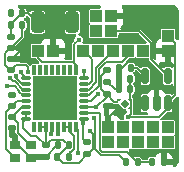
<source format=gbr>
%TF.GenerationSoftware,KiCad,Pcbnew,8.0.4-unknown-202407232306~396e531e7c~ubuntu22.04.1*%
%TF.CreationDate,2024-09-04T14:24:04+01:00*%
%TF.ProjectId,MONO_CTRL,4d4f4e4f-5f43-4545-924c-2e6b69636164,1.0*%
%TF.SameCoordinates,Original*%
%TF.FileFunction,Copper,L1,Top*%
%TF.FilePolarity,Positive*%
%FSLAX46Y46*%
G04 Gerber Fmt 4.6, Leading zero omitted, Abs format (unit mm)*
G04 Created by KiCad (PCBNEW 8.0.4-unknown-202407232306~396e531e7c~ubuntu22.04.1) date 2024-09-04 14:24:04*
%MOMM*%
%LPD*%
G01*
G04 APERTURE LIST*
G04 Aperture macros list*
%AMRoundRect*
0 Rectangle with rounded corners*
0 $1 Rounding radius*
0 $2 $3 $4 $5 $6 $7 $8 $9 X,Y pos of 4 corners*
0 Add a 4 corners polygon primitive as box body*
4,1,4,$2,$3,$4,$5,$6,$7,$8,$9,$2,$3,0*
0 Add four circle primitives for the rounded corners*
1,1,$1+$1,$2,$3*
1,1,$1+$1,$4,$5*
1,1,$1+$1,$6,$7*
1,1,$1+$1,$8,$9*
0 Add four rect primitives between the rounded corners*
20,1,$1+$1,$2,$3,$4,$5,0*
20,1,$1+$1,$4,$5,$6,$7,0*
20,1,$1+$1,$6,$7,$8,$9,0*
20,1,$1+$1,$8,$9,$2,$3,0*%
%AMRotRect*
0 Rectangle, with rotation*
0 The origin of the aperture is its center*
0 $1 length*
0 $2 width*
0 $3 Rotation angle, in degrees counterclockwise*
0 Add horizontal line*
21,1,$1,$2,0,0,$3*%
%AMFreePoly0*
4,1,5,0.110000,-0.125000,-0.110000,-0.125000,-0.110000,0.125000,0.360000,0.125000,0.110000,-0.125000,0.110000,-0.125000,$1*%
%AMFreePoly1*
4,1,6,0.290000,-0.055000,0.290000,-0.125000,-0.110000,-0.125000,-0.110000,0.125000,0.110000,0.125000,0.290000,-0.055000,0.290000,-0.055000,$1*%
%AMFreePoly2*
4,1,7,0.110000,-0.125000,-0.110000,-0.125000,-0.290000,-0.125000,-0.290000,-0.055000,-0.110000,0.125000,0.110000,0.125000,0.110000,-0.125000,0.110000,-0.125000,$1*%
%AMFreePoly3*
4,1,6,0.110000,-0.125000,-0.110000,-0.125000,-0.290000,0.055000,-0.290000,0.125000,0.110000,0.125000,0.110000,-0.125000,0.110000,-0.125000,$1*%
G04 Aperture macros list end*
%TA.AperFunction,ComponentPad*%
%ADD10R,1.000000X1.000000*%
%TD*%
%TA.AperFunction,SMDPad,CuDef*%
%ADD11RoundRect,0.135000X-0.135000X-0.185000X0.135000X-0.185000X0.135000X0.185000X-0.135000X0.185000X0*%
%TD*%
%TA.AperFunction,SMDPad,CuDef*%
%ADD12RoundRect,0.008100X0.126900X-0.396900X0.126900X0.396900X-0.126900X0.396900X-0.126900X-0.396900X0*%
%TD*%
%TA.AperFunction,SMDPad,CuDef*%
%ADD13RoundRect,0.027000X0.378000X-0.108000X0.378000X0.108000X-0.378000X0.108000X-0.378000X-0.108000X0*%
%TD*%
%TA.AperFunction,SMDPad,CuDef*%
%ADD14R,3.700000X3.700000*%
%TD*%
%TA.AperFunction,SMDPad,CuDef*%
%ADD15RoundRect,0.140000X-0.170000X0.140000X-0.170000X-0.140000X0.170000X-0.140000X0.170000X0.140000X0*%
%TD*%
%TA.AperFunction,SMDPad,CuDef*%
%ADD16RoundRect,0.150000X0.150000X-0.512500X0.150000X0.512500X-0.150000X0.512500X-0.150000X-0.512500X0*%
%TD*%
%TA.AperFunction,SMDPad,CuDef*%
%ADD17RoundRect,0.140000X0.140000X0.170000X-0.140000X0.170000X-0.140000X-0.170000X0.140000X-0.170000X0*%
%TD*%
%TA.AperFunction,SMDPad,CuDef*%
%ADD18RoundRect,0.147500X-0.147500X-0.172500X0.147500X-0.172500X0.147500X0.172500X-0.147500X0.172500X0*%
%TD*%
%TA.AperFunction,SMDPad,CuDef*%
%ADD19RoundRect,0.135000X0.135000X0.185000X-0.135000X0.185000X-0.135000X-0.185000X0.135000X-0.185000X0*%
%TD*%
%TA.AperFunction,SMDPad,CuDef*%
%ADD20RoundRect,0.140000X0.170000X-0.140000X0.170000X0.140000X-0.170000X0.140000X-0.170000X-0.140000X0*%
%TD*%
%TA.AperFunction,SMDPad,CuDef*%
%ADD21RoundRect,0.135000X0.185000X-0.135000X0.185000X0.135000X-0.185000X0.135000X-0.185000X-0.135000X0*%
%TD*%
%TA.AperFunction,SMDPad,CuDef*%
%ADD22FreePoly0,0.000000*%
%TD*%
%TA.AperFunction,SMDPad,CuDef*%
%ADD23FreePoly1,0.000000*%
%TD*%
%TA.AperFunction,SMDPad,CuDef*%
%ADD24FreePoly2,0.000000*%
%TD*%
%TA.AperFunction,SMDPad,CuDef*%
%ADD25FreePoly3,0.000000*%
%TD*%
%TA.AperFunction,SMDPad,CuDef*%
%ADD26RotRect,0.480000X0.480000X45.000000*%
%TD*%
%TA.AperFunction,SMDPad,CuDef*%
%ADD27R,0.900000X0.800000*%
%TD*%
%TA.AperFunction,SMDPad,CuDef*%
%ADD28RoundRect,0.250000X-0.325000X-0.650000X0.325000X-0.650000X0.325000X0.650000X-0.325000X0.650000X0*%
%TD*%
%TA.AperFunction,ViaPad*%
%ADD29C,0.400000*%
%TD*%
%TA.AperFunction,Conductor*%
%ADD30C,0.127000*%
%TD*%
%TA.AperFunction,Conductor*%
%ADD31C,0.152400*%
%TD*%
G04 APERTURE END LIST*
D10*
%TO.P,J4,1,Pin_1*%
%TO.N,+5V*%
X31585000Y-25395001D03*
%TD*%
%TO.P,J17,1,Pin_1*%
%TO.N,/U0TX*%
X36390000Y-34795000D03*
%TD*%
%TO.P,J5,1,Pin_1*%
%TO.N,/GPIO9*%
X29180001Y-27025000D03*
%TD*%
D11*
%TO.P,R2,1*%
%TO.N,GND*%
X32200001Y-28460000D03*
%TO.P,R2,2*%
%TO.N,/BAT_PRG*%
X33219999Y-28460000D03*
%TD*%
D12*
%TO.P,U2,1,LNA_IN*%
%TO.N,/lna_in*%
X25065001Y-33525000D03*
%TO.P,U2,2,VDD3P3*%
%TO.N,+3.3V*%
X25565000Y-33525000D03*
%TO.P,U2,3,VDD3P3*%
X26065000Y-33525001D03*
%TO.P,U2,4,XTAL_32K_P*%
%TO.N,/GPIO*%
X26565000Y-33525000D03*
%TO.P,U2,5,XTAL_32K_N*%
%TO.N,/PWM*%
X27065000Y-33525000D03*
%TO.P,U2,6,GPIO2*%
%TO.N,/ESP_EN*%
X27565000Y-33525001D03*
%TO.P,U2,7,CHIP_EN*%
X28065000Y-33525000D03*
%TO.P,U2,8,GPIO3*%
%TO.N,/SPICS*%
X28564999Y-33525000D03*
D13*
%TO.P,U2,9,MTMS*%
%TO.N,Net-(U2-MTMS)*%
X29265000Y-32824999D03*
%TO.P,U2,10,MTDI*%
%TO.N,/ADC_BATT*%
X29265000Y-32325000D03*
%TO.P,U2,11,VDD3P3_RTC*%
%TO.N,+3.3V*%
X29265001Y-31825000D03*
%TO.P,U2,12,MTCK*%
%TO.N,/LED_IN*%
X29265000Y-31325000D03*
%TO.P,U2,13,MTDO*%
%TO.N,/CSB*%
X29265000Y-30825000D03*
%TO.P,U2,14,GPIO8*%
%TO.N,/GPIO8*%
X29265001Y-30325000D03*
%TO.P,U2,15,GPIO9*%
%TO.N,/GPIO9*%
X29265000Y-29825000D03*
%TO.P,U2,16,GPIO10*%
%TO.N,/PICO*%
X29265000Y-29325001D03*
D12*
%TO.P,U2,17,VDD3P3_CPU*%
%TO.N,+3.3V*%
X28564999Y-28625000D03*
%TO.P,U2,18,VDD_SPI*%
%TO.N,unconnected-(U2-VDD_SPI-Pad18)*%
X28065000Y-28625000D03*
%TO.P,U2,19,SPIHD*%
%TO.N,unconnected-(U2-SPIHD-Pad19)*%
X27565000Y-28624999D03*
%TO.P,U2,20,SPIWP*%
%TO.N,unconnected-(U2-SPIWP-Pad20)*%
X27065000Y-28625000D03*
%TO.P,U2,21,SPICS0*%
%TO.N,unconnected-(U2-SPICS0-Pad21)*%
X26565000Y-28625000D03*
%TO.P,U2,22,SPICLK*%
%TO.N,unconnected-(U2-SPICLK-Pad22)*%
X26065000Y-28624999D03*
%TO.P,U2,23,SPID*%
%TO.N,unconnected-(U2-SPID-Pad23)*%
X25565000Y-28625000D03*
%TO.P,U2,24,SPIQ*%
%TO.N,unconnected-(U2-SPIQ-Pad24)*%
X25065001Y-28625000D03*
D13*
%TO.P,U2,25,GPIO18*%
%TO.N,/USB_D-*%
X24365000Y-29325001D03*
%TO.P,U2,26,GPIO19*%
%TO.N,/USB_D+*%
X24365000Y-29825000D03*
%TO.P,U2,27,U0RXD*%
%TO.N,/U0RX*%
X24364999Y-30325000D03*
%TO.P,U2,28,U0TXD*%
%TO.N,/U0TX*%
X24365000Y-30825000D03*
%TO.P,U2,29,XTAL_N*%
%TO.N,/XTAL_N*%
X24365000Y-31325000D03*
%TO.P,U2,30,XTAL_P*%
%TO.N,/XTAL_P*%
X24364999Y-31825000D03*
%TO.P,U2,31,VDDA*%
%TO.N,+3.3V*%
X24365000Y-32325000D03*
%TO.P,U2,32,VDDA*%
X24365000Y-32824999D03*
D14*
%TO.P,U2,33,GND*%
%TO.N,GND*%
X26815000Y-31075000D03*
%TD*%
D15*
%TO.P,C10,1*%
%TO.N,+3.3V*%
X31210000Y-28680000D03*
%TO.P,C10,2*%
%TO.N,GND*%
X31210000Y-29640000D03*
%TD*%
D16*
%TO.P,U1,1,STAT*%
%TO.N,/STATUS_CHARGER*%
X34465001Y-31456250D03*
%TO.P,U1,2,V_{SS}*%
%TO.N,GND*%
X35415000Y-31456250D03*
%TO.P,U1,3,V_{BAT}*%
%TO.N,+BATT*%
X36364999Y-31456250D03*
%TO.P,U1,4,V_{DD}*%
%TO.N,+5V*%
X36364999Y-29181250D03*
%TO.P,U1,5,PROG*%
%TO.N,/BAT_PRG*%
X34465001Y-29181250D03*
%TD*%
D17*
%TO.P,C1,1*%
%TO.N,/antena*%
X24020000Y-23870000D03*
%TO.P,C1,2*%
%TO.N,GND*%
X23060000Y-23870000D03*
%TD*%
D10*
%TO.P,J22,1,Pin_1*%
%TO.N,GND*%
X31310000Y-33525000D03*
%TD*%
D18*
%TO.P,L1,1,1*%
%TO.N,/antena*%
X23055000Y-24880000D03*
%TO.P,L1,2,2*%
%TO.N,/lna_in*%
X24025000Y-24880000D03*
%TD*%
D17*
%TO.P,C2,1*%
%TO.N,+BATT*%
X33190000Y-29390000D03*
%TO.P,C2,2*%
%TO.N,GND*%
X32230000Y-29390000D03*
%TD*%
D19*
%TO.P,R5,1*%
%TO.N,/ESP_EN*%
X28024999Y-36025000D03*
%TO.P,R5,2*%
%TO.N,+3.3V*%
X27005001Y-36025000D03*
%TD*%
D11*
%TO.P,R6,1*%
%TO.N,/ADC_BATT*%
X35020001Y-36460000D03*
%TO.P,R6,2*%
%TO.N,GND*%
X36039999Y-36460000D03*
%TD*%
D15*
%TO.P,C9,1*%
%TO.N,+3.3V*%
X31180000Y-30730000D03*
%TO.P,C9,2*%
%TO.N,GND*%
X31180000Y-31690000D03*
%TD*%
D10*
%TO.P,J2,1,Pin_1*%
%TO.N,GND*%
X26640001Y-27025000D03*
%TD*%
%TO.P,J12,1,Pin_1*%
%TO.N,/GPIO9*%
X35120000Y-33525000D03*
%TD*%
%TO.P,J8,1,Pin_1*%
%TO.N,/CSB*%
X32990001Y-27025000D03*
%TD*%
%TO.P,J1,1,Pin_1*%
%TO.N,+3.3V*%
X25370001Y-27025000D03*
%TD*%
%TO.P,J23,1,Pin_1*%
%TO.N,/USB_D-*%
X30315000Y-25395000D03*
%TD*%
%TO.P,J15,1,Pin_1*%
%TO.N,/SPICS*%
X33850000Y-34795000D03*
%TD*%
%TO.P,J24,1,Pin_1*%
%TO.N,+BATT*%
X36360001Y-25755000D03*
%TD*%
%TO.P,J14,1,Pin_1*%
%TO.N,/GPIO8*%
X32580000Y-33525000D03*
%TD*%
D15*
%TO.P,C12,1*%
%TO.N,/antena*%
X23070000Y-25830000D03*
%TO.P,C12,2*%
%TO.N,/lna_in*%
X23070000Y-26790000D03*
%TD*%
D20*
%TO.P,C3,1*%
%TO.N,/lna_in*%
X23060000Y-28670000D03*
%TO.P,C3,2*%
%TO.N,GND*%
X23060000Y-27710000D03*
%TD*%
D10*
%TO.P,J26,1,Pin_1*%
%TO.N,GND*%
X31585000Y-24125000D03*
%TD*%
%TO.P,J18,1,Pin_1*%
%TO.N,/PWM*%
X31310000Y-34795000D03*
%TD*%
%TO.P,J13,1,Pin_1*%
%TO.N,/PICO*%
X33850001Y-33525000D03*
%TD*%
%TO.P,J10,1,Pin_1*%
%TO.N,/USB_D+*%
X30315000Y-24125000D03*
%TD*%
D15*
%TO.P,C7,1*%
%TO.N,+3.3V*%
X26015000Y-35045000D03*
%TO.P,C7,2*%
%TO.N,GND*%
X26015000Y-36005000D03*
%TD*%
D10*
%TO.P,J7,1,Pin_1*%
%TO.N,/GPIO8*%
X31720001Y-27025000D03*
%TD*%
%TO.P,J21,1,Pin_1*%
%TO.N,/GPIO*%
X32580000Y-34795000D03*
%TD*%
D17*
%TO.P,C6,1*%
%TO.N,+3.3V*%
X27995000Y-35025000D03*
%TO.P,C6,2*%
%TO.N,GND*%
X27035000Y-35025000D03*
%TD*%
D10*
%TO.P,J16,1,Pin_1*%
%TO.N,/U0RX*%
X35120000Y-34795000D03*
%TD*%
D19*
%TO.P,R3,1*%
%TO.N,/ADC_BATT*%
X33819999Y-36460000D03*
%TO.P,R3,2*%
%TO.N,+BATT*%
X32800001Y-36460000D03*
%TD*%
D21*
%TO.P,R4,1*%
%TO.N,+3.3V*%
X29525000Y-35814999D03*
%TO.P,R4,2*%
%TO.N,Net-(U2-MTMS)*%
X29525000Y-34795001D03*
%TD*%
D20*
%TO.P,C4,1*%
%TO.N,/XTAL_N*%
X23180000Y-31720000D03*
%TO.P,C4,2*%
%TO.N,GND*%
X23180000Y-30760000D03*
%TD*%
D22*
%TO.P,U3,1,VOUT*%
%TO.N,+3.3V*%
X32175000Y-31245000D03*
D23*
%TO.P,U3,2,GND*%
%TO.N,GND*%
X32175000Y-31895000D03*
D24*
%TO.P,U3,3,EN*%
%TO.N,+BATT*%
X33255000Y-31895000D03*
D25*
%TO.P,U3,4,VIN*%
X33255000Y-31245000D03*
D26*
%TO.P,U3,5,EP*%
%TO.N,unconnected-(U3-EP-Pad5)*%
X32715000Y-31570000D03*
%TD*%
D27*
%TO.P,Y1,1,1*%
%TO.N,/XTAL_N*%
X23400001Y-36075000D03*
%TO.P,Y1,2,2*%
%TO.N,GND*%
X24800001Y-36075000D03*
%TO.P,Y1,3,3*%
%TO.N,/XTAL_P*%
X24800001Y-34975000D03*
%TO.P,Y1,4,4*%
%TO.N,GND*%
X23400001Y-34975000D03*
%TD*%
D10*
%TO.P,J11,1,Pin_1*%
%TO.N,+3.3V*%
X36390000Y-33525000D03*
%TD*%
%TO.P,J25,1,Pin_1*%
%TO.N,GND*%
X36360001Y-27025000D03*
%TD*%
D17*
%TO.P,C8,1*%
%TO.N,+BATT*%
X33190000Y-30310000D03*
%TO.P,C8,2*%
%TO.N,GND*%
X32230000Y-30310000D03*
%TD*%
D15*
%TO.P,C5,1*%
%TO.N,/XTAL_P*%
X23215000Y-32645000D03*
%TO.P,C5,2*%
%TO.N,GND*%
X23215000Y-33605000D03*
%TD*%
D10*
%TO.P,J6,1,Pin_1*%
%TO.N,/PICO*%
X30450001Y-27025000D03*
%TD*%
%TO.P,J9,1,Pin_1*%
%TO.N,/extRef*%
X34260001Y-27025000D03*
%TD*%
D28*
%TO.P,AE1,1,FEED*%
%TO.N,/antena*%
X25339999Y-24625000D03*
%TO.P,AE1,2,PCB_Trace*%
%TO.N,unconnected-(AE1-PCB_Trace-Pad2)*%
X28290001Y-24625000D03*
%TD*%
D29*
%TO.N,GND*%
X36865000Y-32495000D03*
X28315000Y-29575000D03*
X36575000Y-36395000D03*
X23060000Y-23870000D03*
X25415000Y-29575000D03*
X23260000Y-34250000D03*
X28315000Y-32575000D03*
X26915000Y-31075000D03*
X25415000Y-32625000D03*
X25415000Y-31125000D03*
X35415000Y-30395000D03*
X23180000Y-30760000D03*
X26915000Y-29575000D03*
X26815000Y-32575000D03*
%TO.N,/PICO*%
X29315000Y-28775000D03*
%TO.N,/SPICS*%
X28745000Y-35675000D03*
%TO.N,+BATT*%
X30135000Y-32745000D03*
X33015000Y-32625000D03*
%TO.N,/LED_IN*%
X30490000Y-30700000D03*
%TO.N,+3.3V*%
X29815000Y-33865001D03*
X28815000Y-26095000D03*
X30315000Y-31825000D03*
%TO.N,/GPIO*%
X26515000Y-34125000D03*
%TO.N,/lna_in*%
X24515000Y-28825000D03*
X25065001Y-33525000D03*
%TO.N,Net-(U2-MTMS)*%
X29215000Y-33125000D03*
%TO.N,/USB_D-*%
X23965697Y-28797257D03*
%TO.N,/USB_D+*%
X23540000Y-29200000D03*
%TO.N,/U0RX*%
X23006419Y-29333395D03*
%TO.N,/U0TX*%
X22740000Y-30040000D03*
%TO.N,/PWM*%
X27065000Y-34085000D03*
%TD*%
D30*
%TO.N,GND*%
X25945000Y-36075000D02*
X26015000Y-36005000D01*
X32230000Y-30310000D02*
X32230000Y-29390000D01*
X26515000Y-25925000D02*
X26640001Y-26050001D01*
X23060000Y-27710000D02*
X23170000Y-27710000D01*
X34339621Y-27960000D02*
X35415000Y-29035379D01*
X26995000Y-35025000D02*
X27035000Y-35025000D01*
X23260000Y-34250000D02*
X23215000Y-34205000D01*
X31880000Y-30310000D02*
X32230000Y-30310000D01*
X26640001Y-26050001D02*
X26640001Y-27025000D01*
X32460000Y-28460000D02*
X32960000Y-27960000D01*
X32960000Y-27960000D02*
X34339621Y-27960000D01*
X31210000Y-29640000D02*
X31880000Y-30310000D01*
X23170000Y-27710000D02*
X24955000Y-25925000D01*
X35415000Y-31456250D02*
X35415000Y-30395000D01*
X32200001Y-28460000D02*
X32460000Y-28460000D01*
X31180000Y-31690000D02*
X31385000Y-31895000D01*
X32200001Y-28460000D02*
X32200001Y-29360001D01*
X26015000Y-36005000D02*
X26995000Y-35025000D01*
X31310000Y-32760000D02*
X32175000Y-31895000D01*
X35415000Y-29035379D02*
X35415000Y-31456250D01*
X32200001Y-29360001D02*
X32230000Y-29390000D01*
X23400001Y-34975000D02*
X23700001Y-34975000D01*
X23215000Y-34205000D02*
X23215000Y-33605000D01*
X24955000Y-25925000D02*
X26515000Y-25925000D01*
X23700001Y-34975000D02*
X24800001Y-36075000D01*
X31385000Y-31895000D02*
X32175000Y-31895000D01*
X24800001Y-36075000D02*
X25945000Y-36075000D01*
X31310000Y-33525000D02*
X31310000Y-32760000D01*
%TO.N,/antena*%
X23070000Y-25830000D02*
X23070000Y-24800000D01*
X24540000Y-23870000D02*
X25295000Y-24625000D01*
X24020000Y-23870000D02*
X24540000Y-23870000D01*
X24000000Y-23870000D02*
X24020000Y-23870000D01*
X23070000Y-24800000D02*
X24000000Y-23870000D01*
X25295000Y-24625000D02*
X25339999Y-24625000D01*
%TO.N,/PICO*%
X29265000Y-28825000D02*
X29315000Y-28775000D01*
X29265000Y-29325001D02*
X29265000Y-28825000D01*
%TO.N,/CSB*%
X32530000Y-27960000D02*
X32990001Y-27499999D01*
X32990001Y-27499999D02*
X32990001Y-27025000D01*
X30515000Y-30005701D02*
X30515000Y-28561884D01*
X31116884Y-27960000D02*
X32530000Y-27960000D01*
X29695701Y-30825000D02*
X30515000Y-30005701D01*
X30515000Y-28561884D02*
X31116884Y-27960000D01*
X29265000Y-30825000D02*
X29695701Y-30825000D01*
%TO.N,/SPICS*%
X28564999Y-33525000D02*
X28745000Y-33705001D01*
X28745000Y-33705001D02*
X28745000Y-35675000D01*
%TO.N,+BATT*%
X33190000Y-29390000D02*
X33190000Y-30310000D01*
X33015000Y-32625000D02*
X33255000Y-32385000D01*
X37013501Y-30807748D02*
X36364999Y-31456250D01*
X33190000Y-31180000D02*
X33255000Y-31245000D01*
X36364999Y-31925001D02*
X36364999Y-31456250D01*
X33255000Y-31245000D02*
X33255000Y-31895000D01*
X33190000Y-30310000D02*
X33190000Y-31180000D01*
X30740116Y-35857000D02*
X32197001Y-35857000D01*
X33255000Y-32385000D02*
X33255000Y-31895000D01*
X35665000Y-32625000D02*
X36364999Y-31925001D01*
X37013501Y-26408500D02*
X37013501Y-30807748D01*
X32197001Y-35857000D02*
X32800001Y-36460000D01*
X33015000Y-32625000D02*
X35665000Y-32625000D01*
X30228500Y-35345384D02*
X30740116Y-35857000D01*
X36360001Y-25755000D02*
X37013501Y-26408500D01*
X30228500Y-32838500D02*
X30228500Y-35345384D01*
X30135000Y-32745000D02*
X30228500Y-32838500D01*
%TO.N,/LED_IN*%
X30490000Y-30700000D02*
X29865000Y-31325000D01*
X29865000Y-31325000D02*
X29265000Y-31325000D01*
%TO.N,+3.3V*%
X31210000Y-28680000D02*
X30732000Y-29158000D01*
X28564999Y-28220001D02*
X28319998Y-27975000D01*
X30011500Y-34061501D02*
X30011500Y-35328499D01*
X28814999Y-36525000D02*
X27515000Y-36525000D01*
X27515000Y-36525000D02*
X27015000Y-36025000D01*
X31180000Y-30960000D02*
X31180000Y-30730000D01*
X24365000Y-32325000D02*
X24365000Y-32824999D01*
X30732000Y-30282000D02*
X31180000Y-30730000D01*
X24365000Y-32824999D02*
X24115000Y-33074999D01*
X30732000Y-29158000D02*
X30732000Y-30282000D01*
X31825000Y-31375000D02*
X31180000Y-30730000D01*
X26064999Y-33525000D02*
X26065000Y-33525001D01*
X29265001Y-31825000D02*
X30315000Y-31825000D01*
X26485000Y-34555000D02*
X27525000Y-34555000D01*
X25370001Y-27630001D02*
X25370001Y-27025000D01*
X24115000Y-33575000D02*
X24815000Y-34275000D01*
X28429999Y-27864999D02*
X28319998Y-27975000D01*
X27005001Y-36025000D02*
X27005001Y-36014999D01*
X25245000Y-34275000D02*
X26015000Y-35045000D01*
X27015000Y-36025000D02*
X27005001Y-36025000D01*
X26015000Y-35025000D02*
X26485000Y-34555000D01*
X26065000Y-33525001D02*
X26065000Y-34995000D01*
X26015000Y-35045000D02*
X26015000Y-35025000D01*
X24115000Y-33074999D02*
X24115000Y-33575000D01*
X27005001Y-36014999D02*
X27995000Y-35025000D01*
X32175000Y-31245000D02*
X32045000Y-31375000D01*
X26065000Y-34995000D02*
X26015000Y-35045000D01*
X27525000Y-34555000D02*
X27995000Y-35025000D01*
X29815000Y-33865001D02*
X30011500Y-34061501D01*
X28564999Y-28625000D02*
X28564999Y-28220001D01*
X30315000Y-31825000D02*
X31180000Y-30960000D01*
X29525000Y-35814999D02*
X28814999Y-36525000D01*
X25715000Y-27975000D02*
X25370001Y-27630001D01*
X25565000Y-33525000D02*
X26064999Y-33525000D01*
X30011500Y-35328499D02*
X29525000Y-35814999D01*
X28815000Y-26095000D02*
X28429999Y-26480001D01*
X28429999Y-26480001D02*
X28429999Y-27864999D01*
X24815000Y-34275000D02*
X25245000Y-34275000D01*
X28319998Y-27975000D02*
X25715000Y-27975000D01*
X32045000Y-31375000D02*
X31825000Y-31375000D01*
%TO.N,/GPIO*%
X26565000Y-34075000D02*
X26515000Y-34125000D01*
X26565000Y-33525000D02*
X26565000Y-34075000D01*
%TO.N,/lna_in*%
X22596500Y-28206500D02*
X22596500Y-27263500D01*
X23060000Y-28670000D02*
X23480000Y-28250000D01*
X24025000Y-24880000D02*
X24025000Y-25110000D01*
X24025000Y-25835000D02*
X24025000Y-24880000D01*
X22596500Y-27263500D02*
X23070000Y-26790000D01*
X24025000Y-25110000D02*
X24015000Y-25120000D01*
X23070000Y-26790000D02*
X24025000Y-25835000D01*
X23480000Y-28250000D02*
X24380000Y-28250000D01*
X24380000Y-28250000D02*
X24515000Y-28385000D01*
X23060000Y-28670000D02*
X22596500Y-28206500D01*
X24515000Y-28385000D02*
X24515000Y-28825000D01*
D31*
%TO.N,/XTAL_N*%
X23400001Y-36075000D02*
X22710000Y-35384999D01*
X23180000Y-31720000D02*
X23575000Y-31325000D01*
X23575000Y-31325000D02*
X24365000Y-31325000D01*
X22710000Y-32190000D02*
X23180000Y-31720000D01*
X22710000Y-35384999D02*
X22710000Y-32190000D01*
%TO.N,/XTAL_P*%
X24800001Y-34975000D02*
X24715000Y-34975000D01*
X24035000Y-31825000D02*
X23215000Y-32645000D01*
X23715000Y-33975000D02*
X23715000Y-33145000D01*
X24364999Y-31825000D02*
X24035000Y-31825000D01*
X24715000Y-34975000D02*
X23715000Y-33975000D01*
X23715000Y-33145000D02*
X23215000Y-32645000D01*
D30*
%TO.N,/GPIO9*%
X29265000Y-29825000D02*
X29669999Y-29825000D01*
X29915000Y-27759999D02*
X29180001Y-27025000D01*
X29915000Y-29579999D02*
X29915000Y-27759999D01*
X29669999Y-29825000D02*
X29915000Y-29579999D01*
%TO.N,/GPIO8*%
X29670000Y-30325000D02*
X30298000Y-29697000D01*
X30298000Y-29697000D02*
X30298000Y-28472000D01*
X29265001Y-30325000D02*
X29670000Y-30325000D01*
X31720001Y-27049999D02*
X31720001Y-27025000D01*
X30298000Y-28472000D02*
X31720001Y-27049999D01*
%TO.N,/BAT_PRG*%
X33219999Y-28460000D02*
X33743751Y-28460000D01*
X33743751Y-28460000D02*
X34465001Y-29181250D01*
%TO.N,/ADC_BATT*%
X32919998Y-35640000D02*
X30830000Y-35640000D01*
X30615000Y-32425000D02*
X30515000Y-32325000D01*
X30615000Y-35425000D02*
X30615000Y-32425000D01*
X30515000Y-32325000D02*
X29265000Y-32325000D01*
X33739998Y-36460000D02*
X32919998Y-35640000D01*
X33819999Y-36460000D02*
X33739998Y-36460000D01*
X33819999Y-36460000D02*
X35020001Y-36460000D01*
X30830000Y-35640000D02*
X30615000Y-35425000D01*
%TO.N,Net-(U2-MTMS)*%
X29215000Y-34485001D02*
X29525000Y-34795001D01*
X29265000Y-33075000D02*
X29265000Y-32824999D01*
X29215000Y-33125000D02*
X29215000Y-34485001D01*
X29215000Y-33125000D02*
X29265000Y-33075000D01*
%TO.N,/ESP_EN*%
X28064999Y-33525001D02*
X28065000Y-33525000D01*
X27565000Y-33525001D02*
X28064999Y-33525001D01*
X28428500Y-34288500D02*
X28428500Y-35320452D01*
X28065000Y-33925000D02*
X28428500Y-34288500D01*
X28231500Y-35488500D02*
X28024999Y-35695001D01*
X28024999Y-35695001D02*
X28024999Y-36025000D01*
X28428500Y-35320452D02*
X28260452Y-35488500D01*
X28065000Y-33525000D02*
X28065000Y-33925000D01*
X28260452Y-35488500D02*
X28231500Y-35488500D01*
D31*
%TO.N,/USB_D-*%
X23965697Y-28797257D02*
X23965697Y-28925698D01*
X23965697Y-28925698D02*
X24365000Y-29325001D01*
%TO.N,/USB_D+*%
X24060001Y-29825000D02*
X24365000Y-29825000D01*
X23540000Y-29200000D02*
X23540000Y-29304999D01*
X23540000Y-29304999D02*
X24060001Y-29825000D01*
D30*
%TO.N,/U0RX*%
X23393500Y-29613500D02*
X24105000Y-30325000D01*
X23006419Y-29333395D02*
X23286524Y-29613500D01*
X24105000Y-30325000D02*
X24364999Y-30325000D01*
X23286524Y-29613500D02*
X23393500Y-29613500D01*
%TO.N,/U0TX*%
X23806499Y-30436499D02*
X23806499Y-30508514D01*
X23806499Y-30508514D02*
X24122985Y-30825000D01*
X23410000Y-30040000D02*
X23806499Y-30436499D01*
X24122985Y-30825000D02*
X24365000Y-30825000D01*
X22740000Y-30040000D02*
X23410000Y-30040000D01*
%TO.N,+5V*%
X36364999Y-29181250D02*
X34913501Y-27729752D01*
X33937002Y-25395001D02*
X31585000Y-25395001D01*
X34913501Y-26371500D02*
X33937002Y-25395001D01*
X34913501Y-27729752D02*
X34913501Y-26371500D01*
%TO.N,/PWM*%
X27065000Y-34085000D02*
X27065000Y-33525000D01*
%TD*%
%TA.AperFunction,Conductor*%
%TO.N,GND*%
G36*
X37223834Y-30917718D02*
G01*
X37279767Y-30959590D01*
X37304184Y-31025054D01*
X37304500Y-31033900D01*
X37304500Y-36268907D01*
X37303903Y-36281061D01*
X37291488Y-36407113D01*
X37286745Y-36430955D01*
X37251752Y-36546310D01*
X37242450Y-36568767D01*
X37185629Y-36675071D01*
X37172124Y-36695283D01*
X37095652Y-36788464D01*
X37078465Y-36805652D01*
X37007732Y-36863702D01*
X36943422Y-36891015D01*
X36874554Y-36879224D01*
X36822994Y-36832073D01*
X36805110Y-36764530D01*
X36807087Y-36745553D01*
X36807166Y-36745117D01*
X36809930Y-36710000D01*
X35913999Y-36710000D01*
X35846960Y-36690315D01*
X35801205Y-36637511D01*
X35789999Y-36586000D01*
X35789999Y-35647154D01*
X36289999Y-35647154D01*
X36289999Y-36210000D01*
X36809930Y-36210000D01*
X36807166Y-36174877D01*
X36807165Y-36174871D01*
X36762406Y-36020811D01*
X36762405Y-36020808D01*
X36680737Y-35882714D01*
X36680730Y-35882705D01*
X36567293Y-35769268D01*
X36567284Y-35769261D01*
X36429190Y-35687593D01*
X36429187Y-35687591D01*
X36290000Y-35647153D01*
X36289999Y-35647154D01*
X35789999Y-35647154D01*
X35789997Y-35647153D01*
X35650810Y-35687591D01*
X35650807Y-35687593D01*
X35512713Y-35769261D01*
X35512704Y-35769268D01*
X35399267Y-35882705D01*
X35399258Y-35882716D01*
X35332366Y-35995824D01*
X35281297Y-36043507D01*
X35212555Y-36056010D01*
X35201446Y-36054320D01*
X35177212Y-36049500D01*
X34862792Y-36049500D01*
X34797014Y-36062583D01*
X34797012Y-36062584D01*
X34722424Y-36112423D01*
X34672583Y-36187013D01*
X34668769Y-36206191D01*
X34636385Y-36268102D01*
X34575669Y-36302676D01*
X34547152Y-36306000D01*
X34292847Y-36306000D01*
X34225808Y-36286315D01*
X34180053Y-36233511D01*
X34171230Y-36206191D01*
X34167416Y-36187014D01*
X34117576Y-36112423D01*
X34080280Y-36087503D01*
X34042986Y-36062583D01*
X34009939Y-36056010D01*
X33977210Y-36049500D01*
X33977208Y-36049500D01*
X33662791Y-36049500D01*
X33631448Y-36055734D01*
X33561857Y-36049503D01*
X33519582Y-36021796D01*
X33078756Y-35580969D01*
X33045271Y-35519646D01*
X33050255Y-35449954D01*
X33092127Y-35394021D01*
X33109523Y-35384116D01*
X33134869Y-35367181D01*
X33145247Y-35360247D01*
X33145247Y-35360246D01*
X33146110Y-35359670D01*
X33212787Y-35338793D01*
X33280167Y-35357278D01*
X33283890Y-35359670D01*
X33284752Y-35360246D01*
X33284753Y-35360247D01*
X33314689Y-35380249D01*
X33341087Y-35385500D01*
X34358912Y-35385499D01*
X34385311Y-35380249D01*
X34415247Y-35360247D01*
X34415247Y-35360246D01*
X34416110Y-35359670D01*
X34482787Y-35338793D01*
X34550167Y-35357278D01*
X34553890Y-35359670D01*
X34554752Y-35360246D01*
X34554753Y-35360247D01*
X34584689Y-35380249D01*
X34611087Y-35385500D01*
X35628912Y-35385499D01*
X35655311Y-35380249D01*
X35685247Y-35360247D01*
X35685247Y-35360246D01*
X35686110Y-35359670D01*
X35752787Y-35338793D01*
X35820167Y-35357278D01*
X35823890Y-35359670D01*
X35824752Y-35360246D01*
X35824753Y-35360247D01*
X35854689Y-35380249D01*
X35881087Y-35385500D01*
X36898912Y-35385499D01*
X36925311Y-35380249D01*
X36955247Y-35360247D01*
X36975249Y-35330311D01*
X36980500Y-35303913D01*
X36980499Y-34286088D01*
X36975249Y-34259689D01*
X36975248Y-34259687D01*
X36975247Y-34259685D01*
X36954670Y-34228888D01*
X36933793Y-34162210D01*
X36952279Y-34094830D01*
X36954671Y-34091108D01*
X36955245Y-34090247D01*
X36955247Y-34090247D01*
X36975249Y-34060311D01*
X36980500Y-34033913D01*
X36980499Y-33016088D01*
X36975249Y-32989689D01*
X36975248Y-32989687D01*
X36975247Y-32989685D01*
X36955247Y-32959752D01*
X36925311Y-32939750D01*
X36898915Y-32934500D01*
X36898913Y-32934500D01*
X36898578Y-32934500D01*
X35874997Y-32934501D01*
X35874997Y-32932353D01*
X35815881Y-32921131D01*
X35765180Y-32873057D01*
X35748517Y-32805203D01*
X35771185Y-32739113D01*
X35784706Y-32723082D01*
X36262219Y-32245568D01*
X36323542Y-32212084D01*
X36349900Y-32209250D01*
X36538689Y-32209250D01*
X36538690Y-32209249D01*
X36608838Y-32195296D01*
X36688390Y-32142141D01*
X36741545Y-32062589D01*
X36755499Y-31992438D01*
X36755499Y-31334901D01*
X36775184Y-31267862D01*
X36791818Y-31247220D01*
X37092819Y-30946219D01*
X37154142Y-30912734D01*
X37223834Y-30917718D01*
G37*
%TD.AperFunction*%
%TA.AperFunction,Conductor*%
G36*
X26208039Y-35774685D02*
G01*
X26253794Y-35827489D01*
X26265000Y-35879000D01*
X26265000Y-36131000D01*
X26245315Y-36198039D01*
X26192511Y-36243794D01*
X26141000Y-36255000D01*
X25793001Y-36255000D01*
X25759320Y-36288681D01*
X25697997Y-36322166D01*
X25671639Y-36325000D01*
X24674001Y-36325000D01*
X24606962Y-36305315D01*
X24561207Y-36252511D01*
X24550001Y-36201000D01*
X24550001Y-35949000D01*
X24569686Y-35881961D01*
X24622490Y-35836206D01*
X24674001Y-35825000D01*
X25162000Y-35825000D01*
X25195681Y-35791319D01*
X25257004Y-35757834D01*
X25283362Y-35755000D01*
X26141000Y-35755000D01*
X26208039Y-35774685D01*
G37*
%TD.AperFunction*%
%TA.AperFunction,Conductor*%
G36*
X23408039Y-33374685D02*
G01*
X23453794Y-33427489D01*
X23465000Y-33479000D01*
X23465000Y-34032000D01*
X23484887Y-34032000D01*
X23551926Y-34051685D01*
X23572567Y-34068318D01*
X23613681Y-34109431D01*
X23647167Y-34170753D01*
X23650001Y-34197113D01*
X23650001Y-35101000D01*
X23630316Y-35168039D01*
X23577512Y-35213794D01*
X23526001Y-35225000D01*
X23274001Y-35225000D01*
X23206962Y-35205315D01*
X23161207Y-35152511D01*
X23150001Y-35101000D01*
X23150001Y-34428000D01*
X23089000Y-34428000D01*
X23021961Y-34408315D01*
X22976206Y-34355511D01*
X22965000Y-34304000D01*
X22965000Y-33479000D01*
X22984685Y-33411961D01*
X23037489Y-33366206D01*
X23089000Y-33355000D01*
X23341000Y-33355000D01*
X23408039Y-33374685D01*
G37*
%TD.AperFunction*%
%TA.AperFunction,Conductor*%
G36*
X31687888Y-31459685D02*
G01*
X31708530Y-31476319D01*
X31737766Y-31505555D01*
X31794368Y-31529000D01*
X31794370Y-31529000D01*
X32075632Y-31529000D01*
X32075633Y-31529000D01*
X32120378Y-31510465D01*
X32189847Y-31502996D01*
X32252326Y-31534270D01*
X32287980Y-31594358D01*
X32289449Y-31600834D01*
X32290338Y-31605306D01*
X32290340Y-31605312D01*
X32291012Y-31606317D01*
X32305293Y-31627691D01*
X32657309Y-31979705D01*
X32679689Y-31994660D01*
X32715000Y-32001684D01*
X32745861Y-31995545D01*
X32815452Y-32001772D01*
X32870371Y-32044277D01*
X32920411Y-32113151D01*
X32917693Y-32115125D01*
X32940279Y-32144412D01*
X32946260Y-32214025D01*
X32913656Y-32275821D01*
X32881023Y-32299889D01*
X32806413Y-32337905D01*
X32806412Y-32337906D01*
X32806407Y-32337909D01*
X32727909Y-32416407D01*
X32727904Y-32416414D01*
X32677498Y-32515341D01*
X32660131Y-32624997D01*
X32660131Y-32625002D01*
X32677498Y-32734656D01*
X32677499Y-32734659D01*
X32677500Y-32734661D01*
X32687459Y-32754207D01*
X32700355Y-32822874D01*
X32674079Y-32887615D01*
X32616972Y-32927872D01*
X32576974Y-32934500D01*
X32395988Y-32934500D01*
X32328949Y-32914815D01*
X32283194Y-32862011D01*
X32279806Y-32853834D01*
X32253353Y-32782911D01*
X32253350Y-32782906D01*
X32167190Y-32667812D01*
X32167187Y-32667809D01*
X32052093Y-32581649D01*
X32052086Y-32581645D01*
X31917379Y-32531403D01*
X31917372Y-32531401D01*
X31857844Y-32525000D01*
X31854521Y-32524823D01*
X31854530Y-32524644D01*
X31854525Y-32524644D01*
X31854536Y-32524540D01*
X31854588Y-32523569D01*
X31792421Y-32505315D01*
X31746666Y-32452511D01*
X31736722Y-32383353D01*
X31765747Y-32319797D01*
X31771779Y-32313319D01*
X31859714Y-32225383D01*
X31859721Y-32225374D01*
X31942031Y-32086195D01*
X31984504Y-31940000D01*
X31430000Y-31940000D01*
X31430000Y-32468790D01*
X31431504Y-32470180D01*
X31494651Y-32483448D01*
X31544407Y-32532501D01*
X31560000Y-32592700D01*
X31560000Y-33315382D01*
X31509554Y-33264936D01*
X31435445Y-33222149D01*
X31352787Y-33200000D01*
X31267213Y-33200000D01*
X31184555Y-33222149D01*
X31110446Y-33264936D01*
X31060000Y-33315382D01*
X31060000Y-32525000D01*
X31054000Y-32525000D01*
X30986961Y-32505315D01*
X30941206Y-32452511D01*
X30930000Y-32401000D01*
X30930000Y-31564000D01*
X30949685Y-31496961D01*
X31002489Y-31451206D01*
X31054000Y-31440000D01*
X31620849Y-31440000D01*
X31687888Y-31459685D01*
G37*
%TD.AperFunction*%
%TA.AperFunction,Conductor*%
G36*
X33690168Y-27587278D02*
G01*
X33693891Y-27589670D01*
X33694753Y-27590246D01*
X33694754Y-27590247D01*
X33724690Y-27610249D01*
X33751088Y-27615500D01*
X34635501Y-27615499D01*
X34702540Y-27635183D01*
X34748295Y-27687987D01*
X34759501Y-27739499D01*
X34759501Y-27760385D01*
X34782946Y-27816986D01*
X35376016Y-28410056D01*
X35938180Y-28972219D01*
X35971665Y-29033542D01*
X35974499Y-29059900D01*
X35974499Y-29717442D01*
X35988451Y-29787584D01*
X35988452Y-29787587D01*
X35988453Y-29787589D01*
X36041608Y-29867141D01*
X36121160Y-29920296D01*
X36121163Y-29920296D01*
X36121164Y-29920297D01*
X36191306Y-29934249D01*
X36191309Y-29934250D01*
X36191311Y-29934250D01*
X36538689Y-29934250D01*
X36538690Y-29934249D01*
X36608838Y-29920296D01*
X36666612Y-29881692D01*
X36733287Y-29860815D01*
X36800667Y-29879299D01*
X36847358Y-29931278D01*
X36859501Y-29984795D01*
X36859501Y-30652704D01*
X36839816Y-30719743D01*
X36787012Y-30765498D01*
X36717854Y-30775442D01*
X36666611Y-30755806D01*
X36608840Y-30717205D01*
X36608833Y-30717202D01*
X36538690Y-30703250D01*
X36538687Y-30703250D01*
X36248659Y-30703250D01*
X36181620Y-30683565D01*
X36141927Y-30642371D01*
X36082684Y-30542196D01*
X36082678Y-30542188D01*
X35966561Y-30426071D01*
X35966552Y-30426064D01*
X35825196Y-30342467D01*
X35825193Y-30342466D01*
X35667494Y-30296650D01*
X35667497Y-30296650D01*
X35665000Y-30296453D01*
X35665000Y-31582250D01*
X35645315Y-31649289D01*
X35592511Y-31695044D01*
X35541000Y-31706250D01*
X35289000Y-31706250D01*
X35221961Y-31686565D01*
X35176206Y-31633761D01*
X35165000Y-31582250D01*
X35165000Y-30296453D01*
X35162503Y-30296650D01*
X35004806Y-30342466D01*
X35004803Y-30342467D01*
X34863447Y-30426064D01*
X34863438Y-30426071D01*
X34747321Y-30542188D01*
X34747314Y-30542197D01*
X34688072Y-30642371D01*
X34637003Y-30690055D01*
X34581340Y-30703250D01*
X34291310Y-30703250D01*
X34221166Y-30717202D01*
X34221162Y-30717204D01*
X34141610Y-30770359D01*
X34088455Y-30849911D01*
X34088453Y-30849915D01*
X34074501Y-30920057D01*
X34074501Y-31992442D01*
X34088453Y-32062584D01*
X34088454Y-32062587D01*
X34088455Y-32062589D01*
X34141610Y-32142141D01*
X34221162Y-32195296D01*
X34221165Y-32195296D01*
X34221166Y-32195297D01*
X34291308Y-32209249D01*
X34291311Y-32209250D01*
X34581341Y-32209250D01*
X34648380Y-32228935D01*
X34688075Y-32270133D01*
X34696206Y-32283883D01*
X34713386Y-32351608D01*
X34691224Y-32417869D01*
X34636757Y-32461631D01*
X34589472Y-32471000D01*
X33533000Y-32471000D01*
X33465961Y-32451315D01*
X33420206Y-32398511D01*
X33409000Y-32347000D01*
X33409000Y-32162202D01*
X33428685Y-32095163D01*
X33432683Y-32089314D01*
X33442256Y-32076136D01*
X33442261Y-32076133D01*
X33460500Y-32020000D01*
X33460500Y-31770000D01*
X33460500Y-31769993D01*
X33455827Y-31740493D01*
X33455825Y-31740487D01*
X33432682Y-31708633D01*
X33409202Y-31642827D01*
X33409000Y-31635748D01*
X33409000Y-31512202D01*
X33428685Y-31445163D01*
X33432683Y-31439314D01*
X33442256Y-31426136D01*
X33442261Y-31426133D01*
X33460500Y-31370000D01*
X33460500Y-31120000D01*
X33460500Y-31119993D01*
X33455827Y-31090493D01*
X33455826Y-31090489D01*
X33421133Y-31042739D01*
X33405245Y-31031196D01*
X33406404Y-31029599D01*
X33372002Y-31006074D01*
X33344808Y-30941714D01*
X33344000Y-30927585D01*
X33344000Y-30811433D01*
X33363685Y-30744394D01*
X33410010Y-30704252D01*
X33409783Y-30703911D01*
X33412499Y-30702095D01*
X33416489Y-30698639D01*
X33419885Y-30697160D01*
X33419935Y-30697126D01*
X33419937Y-30697126D01*
X33496181Y-30646181D01*
X33547126Y-30569937D01*
X33560500Y-30502703D01*
X33560499Y-30117298D01*
X33547126Y-30050063D01*
X33547124Y-30050061D01*
X33547124Y-30050059D01*
X33496182Y-29973820D01*
X33496181Y-29973819D01*
X33465176Y-29953102D01*
X33420371Y-29899490D01*
X33411664Y-29830166D01*
X33441818Y-29767138D01*
X33465175Y-29746898D01*
X33496181Y-29726181D01*
X33547126Y-29649937D01*
X33560500Y-29582703D01*
X33560499Y-29197298D01*
X33547126Y-29130063D01*
X33547124Y-29130061D01*
X33547124Y-29130059D01*
X33496181Y-29053818D01*
X33476918Y-29040947D01*
X33432112Y-28987335D01*
X33423405Y-28918010D01*
X33453559Y-28854983D01*
X33476913Y-28834746D01*
X33517576Y-28807577D01*
X33567416Y-28732986D01*
X33567415Y-28732986D01*
X33574202Y-28722831D01*
X33577081Y-28724755D01*
X33608027Y-28686335D01*
X33674316Y-28664253D01*
X33742020Y-28681515D01*
X33766454Y-28700492D01*
X34038182Y-28972220D01*
X34071667Y-29033543D01*
X34074501Y-29059901D01*
X34074501Y-29717442D01*
X34088453Y-29787584D01*
X34088454Y-29787587D01*
X34088455Y-29787589D01*
X34141610Y-29867141D01*
X34221162Y-29920296D01*
X34221165Y-29920296D01*
X34221166Y-29920297D01*
X34291308Y-29934249D01*
X34291311Y-29934250D01*
X34291313Y-29934250D01*
X34638691Y-29934250D01*
X34638692Y-29934249D01*
X34708840Y-29920296D01*
X34788392Y-29867141D01*
X34841547Y-29787589D01*
X34855501Y-29717438D01*
X34855501Y-28645062D01*
X34855501Y-28645059D01*
X34855500Y-28645057D01*
X34841548Y-28574915D01*
X34841547Y-28574914D01*
X34841547Y-28574911D01*
X34788392Y-28495359D01*
X34708840Y-28442204D01*
X34708838Y-28442203D01*
X34708835Y-28442202D01*
X34638692Y-28428250D01*
X34638689Y-28428250D01*
X34291313Y-28428250D01*
X34291310Y-28428250D01*
X34221166Y-28442202D01*
X34221162Y-28442204D01*
X34145150Y-28492994D01*
X34139476Y-28496785D01*
X34072798Y-28517663D01*
X34005418Y-28499178D01*
X33982904Y-28481364D01*
X33830986Y-28329446D01*
X33830985Y-28329445D01*
X33774384Y-28306000D01*
X33692847Y-28306000D01*
X33625808Y-28286315D01*
X33580053Y-28233511D01*
X33571230Y-28206194D01*
X33567416Y-28187014D01*
X33517576Y-28112423D01*
X33480280Y-28087503D01*
X33442986Y-28062583D01*
X33421060Y-28058222D01*
X33377210Y-28049500D01*
X33377208Y-28049500D01*
X33062790Y-28049500D01*
X33062783Y-28049501D01*
X33038550Y-28054321D01*
X32968959Y-28048091D01*
X32913783Y-28005225D01*
X32907631Y-27995823D01*
X32883878Y-27955658D01*
X32866696Y-27887934D01*
X32888857Y-27821672D01*
X32902917Y-27804870D01*
X33055972Y-27651815D01*
X33117293Y-27618333D01*
X33143651Y-27615499D01*
X33498910Y-27615499D01*
X33498913Y-27615499D01*
X33525312Y-27610249D01*
X33555248Y-27590247D01*
X33555248Y-27590246D01*
X33556111Y-27589670D01*
X33622788Y-27568793D01*
X33690168Y-27587278D01*
G37*
%TD.AperFunction*%
%TA.AperFunction,Conductor*%
G36*
X32393040Y-28229685D02*
G01*
X32438795Y-28282489D01*
X32450001Y-28334000D01*
X32450001Y-28542254D01*
X32477166Y-28592003D01*
X32480000Y-28618361D01*
X32480000Y-30436000D01*
X32460315Y-30503039D01*
X32407511Y-30548794D01*
X32356000Y-30560000D01*
X32104000Y-30560000D01*
X32036961Y-30540315D01*
X31991206Y-30487511D01*
X31980000Y-30436000D01*
X31980000Y-29317745D01*
X31952835Y-29267997D01*
X31950001Y-29241639D01*
X31950001Y-28334000D01*
X31969686Y-28266961D01*
X32022490Y-28221206D01*
X32074001Y-28210000D01*
X32326001Y-28210000D01*
X32393040Y-28229685D01*
G37*
%TD.AperFunction*%
%TA.AperFunction,Conductor*%
G36*
X36721922Y-23136280D02*
G01*
X36733674Y-23137604D01*
X36832297Y-23148716D01*
X36859358Y-23154892D01*
X36957588Y-23189265D01*
X36982598Y-23201308D01*
X37070719Y-23256678D01*
X37092428Y-23273991D01*
X37166008Y-23347571D01*
X37183321Y-23369280D01*
X37238689Y-23457398D01*
X37250736Y-23482415D01*
X37285105Y-23580635D01*
X37291284Y-23607706D01*
X37303720Y-23718077D01*
X37304500Y-23731961D01*
X37304500Y-25985448D01*
X37284815Y-26052487D01*
X37232011Y-26098242D01*
X37162853Y-26108186D01*
X37106192Y-26084717D01*
X37102092Y-26081648D01*
X37102087Y-26081645D01*
X37031167Y-26055194D01*
X36975233Y-26013323D01*
X36950816Y-25947859D01*
X36950500Y-25939012D01*
X36950500Y-25246091D01*
X36950500Y-25246088D01*
X36945250Y-25219689D01*
X36945249Y-25219687D01*
X36945248Y-25219685D01*
X36925248Y-25189752D01*
X36895312Y-25169750D01*
X36868916Y-25164500D01*
X35851092Y-25164500D01*
X35824688Y-25169751D01*
X35824686Y-25169752D01*
X35794753Y-25189752D01*
X35774751Y-25219688D01*
X35769501Y-25246084D01*
X35769501Y-25939012D01*
X35749816Y-26006051D01*
X35697012Y-26051806D01*
X35688835Y-26055194D01*
X35617912Y-26081646D01*
X35617907Y-26081649D01*
X35502813Y-26167809D01*
X35502810Y-26167812D01*
X35416650Y-26282906D01*
X35416646Y-26282913D01*
X35366404Y-26417620D01*
X35366402Y-26417627D01*
X35360001Y-26477155D01*
X35360001Y-26775000D01*
X36150383Y-26775000D01*
X36099937Y-26825446D01*
X36057150Y-26899555D01*
X36035001Y-26982213D01*
X36035001Y-27067787D01*
X36057150Y-27150445D01*
X36099937Y-27224554D01*
X36160447Y-27285064D01*
X36234556Y-27327851D01*
X36317214Y-27350000D01*
X36402788Y-27350000D01*
X36485446Y-27327851D01*
X36559555Y-27285064D01*
X36610001Y-27234618D01*
X36610001Y-28025000D01*
X36735501Y-28025000D01*
X36802540Y-28044685D01*
X36848295Y-28097489D01*
X36859501Y-28149000D01*
X36859501Y-28377704D01*
X36839816Y-28444743D01*
X36787012Y-28490498D01*
X36717854Y-28500442D01*
X36666611Y-28480806D01*
X36608840Y-28442205D01*
X36608833Y-28442202D01*
X36538690Y-28428250D01*
X36538687Y-28428250D01*
X36191311Y-28428250D01*
X36191308Y-28428250D01*
X36121164Y-28442202D01*
X36121160Y-28442204D01*
X36045148Y-28492994D01*
X36039474Y-28496785D01*
X35972796Y-28517663D01*
X35905416Y-28499178D01*
X35882902Y-28481364D01*
X35625419Y-28223881D01*
X35591934Y-28162558D01*
X35596918Y-28092866D01*
X35638790Y-28036933D01*
X35704254Y-28012516D01*
X35744711Y-28018335D01*
X35745071Y-28016813D01*
X35752628Y-28018598D01*
X35812156Y-28024999D01*
X35812173Y-28025000D01*
X36110001Y-28025000D01*
X36110001Y-27275000D01*
X35360001Y-27275000D01*
X35360001Y-27572844D01*
X35366402Y-27632372D01*
X35368188Y-27639930D01*
X35365834Y-27640485D01*
X35369965Y-27698262D01*
X35336478Y-27759584D01*
X35275154Y-27793067D01*
X35205462Y-27788080D01*
X35161119Y-27759581D01*
X35103820Y-27702282D01*
X35070335Y-27640959D01*
X35067501Y-27614601D01*
X35067501Y-26340869D01*
X35067501Y-26340868D01*
X35044056Y-26284266D01*
X35000735Y-26240945D01*
X34993670Y-26233880D01*
X34993663Y-26233874D01*
X34024237Y-25264447D01*
X34024236Y-25264446D01*
X33967635Y-25241001D01*
X32469018Y-25241001D01*
X32401979Y-25221316D01*
X32356224Y-25168512D01*
X32346280Y-25099354D01*
X32375305Y-25035798D01*
X32394706Y-25017735D01*
X32442190Y-24982187D01*
X32528350Y-24867093D01*
X32528354Y-24867086D01*
X32578596Y-24732379D01*
X32578598Y-24732372D01*
X32584999Y-24672844D01*
X32585000Y-24672827D01*
X32585000Y-24375000D01*
X31794618Y-24375000D01*
X31845064Y-24324554D01*
X31887851Y-24250445D01*
X31910000Y-24167787D01*
X31910000Y-24082213D01*
X31887851Y-23999555D01*
X31845064Y-23925446D01*
X31794618Y-23875000D01*
X32585000Y-23875000D01*
X32585000Y-23577172D01*
X32584999Y-23577155D01*
X32578598Y-23517627D01*
X32578596Y-23517620D01*
X32528354Y-23382913D01*
X32528352Y-23382910D01*
X32491597Y-23333812D01*
X32467179Y-23268348D01*
X32482030Y-23200075D01*
X32531435Y-23150669D01*
X32590863Y-23135500D01*
X36708039Y-23135500D01*
X36721922Y-23136280D01*
G37*
%TD.AperFunction*%
%TA.AperFunction,Conductor*%
G36*
X30646176Y-23155185D02*
G01*
X30691931Y-23207989D01*
X30701875Y-23277147D01*
X30678403Y-23333812D01*
X30641647Y-23382910D01*
X30641646Y-23382911D01*
X30615194Y-23453834D01*
X30573322Y-23509767D01*
X30507858Y-23534184D01*
X30499012Y-23534500D01*
X29806091Y-23534500D01*
X29779687Y-23539751D01*
X29779685Y-23539752D01*
X29749752Y-23559752D01*
X29729750Y-23589688D01*
X29724500Y-23616084D01*
X29724500Y-24633908D01*
X29729751Y-24660311D01*
X29750330Y-24691111D01*
X29771206Y-24757789D01*
X29752720Y-24825169D01*
X29750330Y-24828888D01*
X29729750Y-24859689D01*
X29724500Y-24886084D01*
X29724500Y-25903908D01*
X29729751Y-25930312D01*
X29729752Y-25930314D01*
X29749752Y-25960247D01*
X29779688Y-25980249D01*
X29788407Y-25981983D01*
X29806087Y-25985500D01*
X30823912Y-25985499D01*
X30850311Y-25980249D01*
X30880247Y-25960247D01*
X30880247Y-25960246D01*
X30881109Y-25959671D01*
X30947787Y-25938794D01*
X31015167Y-25957279D01*
X31018888Y-25959670D01*
X31019752Y-25960247D01*
X31019753Y-25960248D01*
X31049689Y-25980250D01*
X31076087Y-25985501D01*
X32093912Y-25985500D01*
X32120311Y-25980250D01*
X32150247Y-25960248D01*
X32170249Y-25930312D01*
X32175500Y-25903914D01*
X32175500Y-25673001D01*
X32195185Y-25605962D01*
X32247989Y-25560207D01*
X32299500Y-25549001D01*
X33821851Y-25549001D01*
X33888890Y-25568686D01*
X33909532Y-25585320D01*
X34547031Y-26222819D01*
X34580516Y-26284142D01*
X34575532Y-26353834D01*
X34533660Y-26409767D01*
X34468196Y-26434184D01*
X34459350Y-26434500D01*
X33751092Y-26434500D01*
X33724688Y-26439751D01*
X33724683Y-26439753D01*
X33693887Y-26460330D01*
X33627209Y-26481206D01*
X33559830Y-26462719D01*
X33556111Y-26460329D01*
X33525312Y-26439750D01*
X33498916Y-26434500D01*
X32481092Y-26434500D01*
X32454688Y-26439751D01*
X32454683Y-26439753D01*
X32423887Y-26460330D01*
X32357209Y-26481206D01*
X32289830Y-26462719D01*
X32286111Y-26460329D01*
X32255312Y-26439750D01*
X32228916Y-26434500D01*
X31211092Y-26434500D01*
X31184688Y-26439751D01*
X31184683Y-26439753D01*
X31153887Y-26460330D01*
X31087209Y-26481206D01*
X31019830Y-26462719D01*
X31016111Y-26460329D01*
X30985312Y-26439750D01*
X30958916Y-26434500D01*
X29941092Y-26434500D01*
X29914688Y-26439751D01*
X29914683Y-26439753D01*
X29883887Y-26460330D01*
X29817209Y-26481206D01*
X29749830Y-26462719D01*
X29746111Y-26460329D01*
X29715312Y-26439750D01*
X29688916Y-26434500D01*
X29688914Y-26434500D01*
X29237740Y-26434500D01*
X29170701Y-26414815D01*
X29124946Y-26362011D01*
X29115002Y-26292853D01*
X29127252Y-26254211D01*
X29152500Y-26204661D01*
X29153159Y-26200499D01*
X29169869Y-26095002D01*
X29169869Y-26094997D01*
X29152501Y-25985341D01*
X29149907Y-25980250D01*
X29102095Y-25886413D01*
X29102092Y-25886410D01*
X29102090Y-25886407D01*
X29023592Y-25807909D01*
X29023588Y-25807906D01*
X29023587Y-25807905D01*
X28951571Y-25771211D01*
X28924658Y-25757498D01*
X28896878Y-25753099D01*
X28833744Y-25723170D01*
X28796812Y-25663859D01*
X28797810Y-25593996D01*
X28828591Y-25542949D01*
X28898225Y-25473316D01*
X28948973Y-25364487D01*
X28955501Y-25314901D01*
X28955500Y-23935100D01*
X28948973Y-23885513D01*
X28898225Y-23776684D01*
X28813317Y-23691776D01*
X28704488Y-23641028D01*
X28704486Y-23641027D01*
X28704487Y-23641027D01*
X28654902Y-23634500D01*
X27925106Y-23634500D01*
X27909387Y-23636569D01*
X27875514Y-23641028D01*
X27875512Y-23641029D01*
X27875510Y-23641029D01*
X27766684Y-23691776D01*
X27681777Y-23776683D01*
X27631028Y-23885514D01*
X27624501Y-23935098D01*
X27624501Y-25314894D01*
X27624502Y-25314900D01*
X27631029Y-25364487D01*
X27681777Y-25473316D01*
X27766685Y-25558224D01*
X27875514Y-25608972D01*
X27925100Y-25615500D01*
X28499455Y-25615499D01*
X28566494Y-25635183D01*
X28612249Y-25687987D01*
X28622193Y-25757146D01*
X28593168Y-25820702D01*
X28587137Y-25827180D01*
X28527906Y-25886410D01*
X28527904Y-25886414D01*
X28477498Y-25985341D01*
X28460131Y-26094997D01*
X28460131Y-26095000D01*
X28462220Y-26108186D01*
X28468990Y-26150934D01*
X28460034Y-26220228D01*
X28434198Y-26258012D01*
X28299444Y-26392767D01*
X28299441Y-26392772D01*
X28280239Y-26439131D01*
X28280239Y-26439132D01*
X28275999Y-26449366D01*
X28275999Y-27697000D01*
X28256314Y-27764039D01*
X28203510Y-27809794D01*
X28151999Y-27821000D01*
X27741840Y-27821000D01*
X27674801Y-27801315D01*
X27629046Y-27748511D01*
X27619102Y-27679353D01*
X27625658Y-27653666D01*
X27633598Y-27632376D01*
X27633599Y-27632372D01*
X27640000Y-27572844D01*
X27640001Y-27572827D01*
X27640001Y-27275000D01*
X26849619Y-27275000D01*
X26900065Y-27224554D01*
X26942852Y-27150445D01*
X26965001Y-27067787D01*
X26965001Y-26982213D01*
X26942852Y-26899555D01*
X26900065Y-26825446D01*
X26849619Y-26775000D01*
X26890001Y-26775000D01*
X27640001Y-26775000D01*
X27640001Y-26477172D01*
X27640000Y-26477155D01*
X27633599Y-26417627D01*
X27633597Y-26417620D01*
X27583355Y-26282913D01*
X27583351Y-26282906D01*
X27497191Y-26167812D01*
X27497188Y-26167809D01*
X27382094Y-26081649D01*
X27382087Y-26081645D01*
X27247380Y-26031403D01*
X27247373Y-26031401D01*
X27187845Y-26025000D01*
X26890001Y-26025000D01*
X26890001Y-26775000D01*
X26849619Y-26775000D01*
X26839555Y-26764936D01*
X26765446Y-26722149D01*
X26682788Y-26700000D01*
X26597214Y-26700000D01*
X26514556Y-26722149D01*
X26440447Y-26764936D01*
X26390001Y-26815382D01*
X26390001Y-26025000D01*
X26092156Y-26025000D01*
X26032628Y-26031401D01*
X26032621Y-26031403D01*
X25897914Y-26081645D01*
X25897907Y-26081649D01*
X25782813Y-26167809D01*
X25782810Y-26167812D01*
X25696650Y-26282906D01*
X25696647Y-26282911D01*
X25670195Y-26353834D01*
X25628323Y-26409767D01*
X25562859Y-26434184D01*
X25554013Y-26434500D01*
X24861092Y-26434500D01*
X24834688Y-26439751D01*
X24834686Y-26439752D01*
X24804753Y-26459752D01*
X24784751Y-26489688D01*
X24779501Y-26516084D01*
X24779501Y-27533908D01*
X24784752Y-27560312D01*
X24784753Y-27560314D01*
X24804753Y-27590247D01*
X24834689Y-27610249D01*
X24843408Y-27611983D01*
X24861088Y-27615500D01*
X25114451Y-27615499D01*
X25181490Y-27635183D01*
X25227245Y-27687987D01*
X25229011Y-27692044D01*
X25239445Y-27717233D01*
X25239447Y-27717236D01*
X25450698Y-27928487D01*
X25484183Y-27989810D01*
X25479199Y-28059502D01*
X25437327Y-28115435D01*
X25410474Y-28130727D01*
X25399630Y-28135219D01*
X25383888Y-28145737D01*
X25317209Y-28166613D01*
X25249830Y-28148126D01*
X25246111Y-28145736D01*
X25230375Y-28135222D01*
X25230369Y-28135219D01*
X25201615Y-28129500D01*
X25201613Y-28129500D01*
X24928389Y-28129500D01*
X24928387Y-28129500D01*
X24899632Y-28135219D01*
X24899626Y-28135222D01*
X24867013Y-28157012D01*
X24845223Y-28189625D01*
X24845220Y-28189631D01*
X24839411Y-28218836D01*
X24807025Y-28280747D01*
X24746308Y-28315320D01*
X24676539Y-28311579D01*
X24630113Y-28282324D01*
X24467235Y-28119446D01*
X24467234Y-28119445D01*
X24410633Y-28096000D01*
X24410632Y-28096000D01*
X23990145Y-28096000D01*
X23923106Y-28076315D01*
X23877351Y-28023511D01*
X23869098Y-27966118D01*
X23864505Y-27960000D01*
X22934000Y-27960000D01*
X22866961Y-27940315D01*
X22821206Y-27887511D01*
X22810000Y-27836000D01*
X22810000Y-27584000D01*
X22829685Y-27516961D01*
X22882489Y-27471206D01*
X22934000Y-27460000D01*
X23864504Y-27460000D01*
X23822031Y-27313804D01*
X23739721Y-27174625D01*
X23739714Y-27174616D01*
X23625383Y-27060285D01*
X23625374Y-27060278D01*
X23531378Y-27004689D01*
X23483694Y-26953620D01*
X23470499Y-26897960D01*
X23470499Y-26658649D01*
X23490184Y-26591611D01*
X23506813Y-26570974D01*
X24155555Y-25922234D01*
X24179000Y-25865633D01*
X24179000Y-25804367D01*
X24179000Y-25395318D01*
X24198685Y-25328279D01*
X24251489Y-25282524D01*
X24255548Y-25280757D01*
X24265359Y-25276692D01*
X24265359Y-25276691D01*
X24265363Y-25276691D01*
X24344089Y-25224089D01*
X24396691Y-25145363D01*
X24396692Y-25145359D01*
X24410500Y-25075944D01*
X24410500Y-24684055D01*
X24396692Y-24614640D01*
X24396691Y-24614637D01*
X24374443Y-24581340D01*
X24344089Y-24535911D01*
X24265363Y-24483309D01*
X24265362Y-24483308D01*
X24265358Y-24483306D01*
X24261196Y-24481582D01*
X24206793Y-24437741D01*
X24184729Y-24371446D01*
X24202009Y-24303747D01*
X24241705Y-24266788D01*
X24239783Y-24263911D01*
X24326180Y-24206182D01*
X24339686Y-24185969D01*
X24375304Y-24132663D01*
X24428912Y-24087860D01*
X24498237Y-24079151D01*
X24561265Y-24109305D01*
X24566085Y-24113874D01*
X24638180Y-24185969D01*
X24671665Y-24247292D01*
X24674499Y-24273650D01*
X24674499Y-25314894D01*
X24674500Y-25314900D01*
X24681027Y-25364487D01*
X24731775Y-25473316D01*
X24816683Y-25558224D01*
X24925512Y-25608972D01*
X24975098Y-25615500D01*
X25704899Y-25615499D01*
X25754486Y-25608972D01*
X25863315Y-25558224D01*
X25948223Y-25473316D01*
X25998971Y-25364487D01*
X26005499Y-25314901D01*
X26005498Y-23935100D01*
X25998971Y-23885513D01*
X25948223Y-23776684D01*
X25863315Y-23691776D01*
X25754486Y-23641028D01*
X25754484Y-23641027D01*
X25754485Y-23641027D01*
X25704900Y-23634500D01*
X24975104Y-23634500D01*
X24959385Y-23636569D01*
X24925512Y-23641028D01*
X24925510Y-23641029D01*
X24925508Y-23641029D01*
X24816681Y-23691776D01*
X24784180Y-23724277D01*
X24722856Y-23757761D01*
X24653165Y-23752775D01*
X24627614Y-23739699D01*
X24627236Y-23739446D01*
X24570633Y-23716000D01*
X24570632Y-23716000D01*
X24499962Y-23716000D01*
X24432923Y-23696315D01*
X24387168Y-23643511D01*
X24378344Y-23616189D01*
X24378324Y-23616087D01*
X24377126Y-23610063D01*
X24377124Y-23610061D01*
X24377124Y-23610059D01*
X24326181Y-23533818D01*
X24249939Y-23482875D01*
X24249933Y-23482872D01*
X24182705Y-23469500D01*
X23877956Y-23469500D01*
X23810917Y-23449815D01*
X23771224Y-23408621D01*
X23720364Y-23322621D01*
X23703181Y-23254897D01*
X23725341Y-23188634D01*
X23779807Y-23144871D01*
X23827096Y-23135500D01*
X30579137Y-23135500D01*
X30646176Y-23155185D01*
G37*
%TD.AperFunction*%
%TD*%
M02*

</source>
